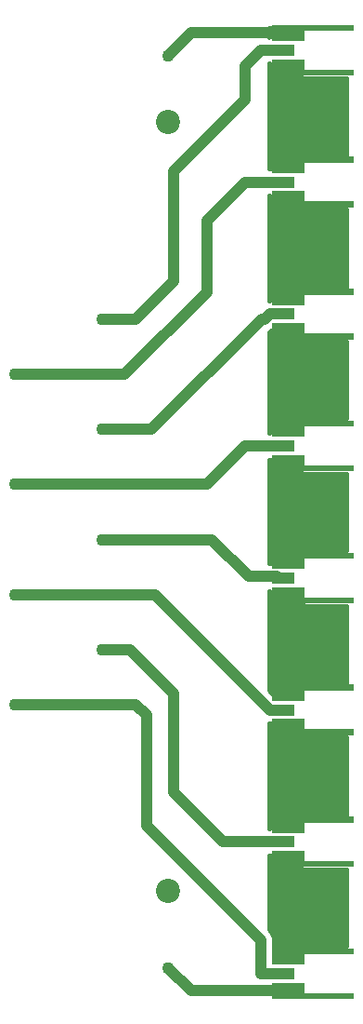
<source format=gtl>
G04 #@! TF.GenerationSoftware,KiCad,Pcbnew,5.1.5*
G04 #@! TF.CreationDate,2020-07-08T23:46:48+09:00*
G04 #@! TF.ProjectId,teabiscuits_electrode_interface,74656162-6973-4637-9569-74735f656c65,rev?*
G04 #@! TF.SameCoordinates,Original*
G04 #@! TF.FileFunction,Copper,L1,Top*
G04 #@! TF.FilePolarity,Positive*
%FSLAX46Y46*%
G04 Gerber Fmt 4.6, Leading zero omitted, Abs format (unit mm)*
G04 Created by KiCad (PCBNEW 5.1.5) date 2020-07-08 23:46:48*
%MOMM*%
%LPD*%
G04 APERTURE LIST*
%ADD10C,0.100000*%
%ADD11R,2.100000X1.100000*%
%ADD12C,1.100000*%
%ADD13C,2.200000*%
%ADD14C,1.000000*%
%ADD15C,0.254000*%
G04 APERTURE END LIST*
G04 #@! TA.AperFunction,SMDPad,CuDef*
D10*
G36*
X137450000Y-42200000D02*
G01*
X144950000Y-42200000D01*
X144950000Y-42750000D01*
X140450000Y-42750000D01*
X140450000Y-43680000D01*
X137450000Y-43680000D01*
X137450000Y-42200000D01*
G37*
G04 #@! TD.AperFunction*
G04 #@! TA.AperFunction,SMDPad,CuDef*
G36*
X137450000Y-45320000D02*
G01*
X140450000Y-45320000D01*
X140450000Y-46250000D01*
X144950000Y-46250000D01*
X144950000Y-46800000D01*
X137450000Y-46800000D01*
X137450000Y-45320000D01*
G37*
G04 #@! TD.AperFunction*
D11*
X138500000Y-44500000D03*
D12*
X128000000Y-128000000D03*
X128000000Y-45000000D03*
G04 #@! TA.AperFunction,SMDPad,CuDef*
D10*
G36*
X137450000Y-126200000D02*
G01*
X144950000Y-126200000D01*
X144950000Y-126750000D01*
X140450000Y-126750000D01*
X140450000Y-127680000D01*
X137450000Y-127680000D01*
X137450000Y-126200000D01*
G37*
G04 #@! TD.AperFunction*
G04 #@! TA.AperFunction,SMDPad,CuDef*
G36*
X137450000Y-129320000D02*
G01*
X140450000Y-129320000D01*
X140450000Y-130250000D01*
X144950000Y-130250000D01*
X144950000Y-130800000D01*
X137450000Y-130800000D01*
X137450000Y-129320000D01*
G37*
G04 #@! TD.AperFunction*
D11*
X138500000Y-128500000D03*
G04 #@! TA.AperFunction,SMDPad,CuDef*
D10*
G36*
X137450000Y-114200000D02*
G01*
X144950000Y-114200000D01*
X144950000Y-114750000D01*
X140450000Y-114750000D01*
X140450000Y-115680000D01*
X137450000Y-115680000D01*
X137450000Y-114200000D01*
G37*
G04 #@! TD.AperFunction*
G04 #@! TA.AperFunction,SMDPad,CuDef*
G36*
X137450000Y-117320000D02*
G01*
X140450000Y-117320000D01*
X140450000Y-118250000D01*
X144950000Y-118250000D01*
X144950000Y-118800000D01*
X137450000Y-118800000D01*
X137450000Y-117320000D01*
G37*
G04 #@! TD.AperFunction*
D11*
X138500000Y-116500000D03*
G04 #@! TA.AperFunction,SMDPad,CuDef*
D10*
G36*
X137450000Y-102200000D02*
G01*
X144950000Y-102200000D01*
X144950000Y-102750000D01*
X140450000Y-102750000D01*
X140450000Y-103680000D01*
X137450000Y-103680000D01*
X137450000Y-102200000D01*
G37*
G04 #@! TD.AperFunction*
G04 #@! TA.AperFunction,SMDPad,CuDef*
G36*
X137450000Y-105320000D02*
G01*
X140450000Y-105320000D01*
X140450000Y-106250000D01*
X144950000Y-106250000D01*
X144950000Y-106800000D01*
X137450000Y-106800000D01*
X137450000Y-105320000D01*
G37*
G04 #@! TD.AperFunction*
D11*
X138500000Y-104500000D03*
G04 #@! TA.AperFunction,SMDPad,CuDef*
D10*
G36*
X137450000Y-90200000D02*
G01*
X144950000Y-90200000D01*
X144950000Y-90750000D01*
X140450000Y-90750000D01*
X140450000Y-91680000D01*
X137450000Y-91680000D01*
X137450000Y-90200000D01*
G37*
G04 #@! TD.AperFunction*
G04 #@! TA.AperFunction,SMDPad,CuDef*
G36*
X137450000Y-93320000D02*
G01*
X140450000Y-93320000D01*
X140450000Y-94250000D01*
X144950000Y-94250000D01*
X144950000Y-94800000D01*
X137450000Y-94800000D01*
X137450000Y-93320000D01*
G37*
G04 #@! TD.AperFunction*
D11*
X138500000Y-92500000D03*
G04 #@! TA.AperFunction,SMDPad,CuDef*
D10*
G36*
X137450000Y-78200000D02*
G01*
X144950000Y-78200000D01*
X144950000Y-78750000D01*
X140450000Y-78750000D01*
X140450000Y-79680000D01*
X137450000Y-79680000D01*
X137450000Y-78200000D01*
G37*
G04 #@! TD.AperFunction*
G04 #@! TA.AperFunction,SMDPad,CuDef*
G36*
X137450000Y-81320000D02*
G01*
X140450000Y-81320000D01*
X140450000Y-82250000D01*
X144950000Y-82250000D01*
X144950000Y-82800000D01*
X137450000Y-82800000D01*
X137450000Y-81320000D01*
G37*
G04 #@! TD.AperFunction*
D11*
X138500000Y-80500000D03*
G04 #@! TA.AperFunction,SMDPad,CuDef*
D10*
G36*
X137450000Y-66200000D02*
G01*
X144950000Y-66200000D01*
X144950000Y-66750000D01*
X140450000Y-66750000D01*
X140450000Y-67680000D01*
X137450000Y-67680000D01*
X137450000Y-66200000D01*
G37*
G04 #@! TD.AperFunction*
G04 #@! TA.AperFunction,SMDPad,CuDef*
G36*
X137450000Y-69320000D02*
G01*
X140450000Y-69320000D01*
X140450000Y-70250000D01*
X144950000Y-70250000D01*
X144950000Y-70800000D01*
X137450000Y-70800000D01*
X137450000Y-69320000D01*
G37*
G04 #@! TD.AperFunction*
D11*
X138500000Y-68500000D03*
G04 #@! TA.AperFunction,SMDPad,CuDef*
D10*
G36*
X137450000Y-54200000D02*
G01*
X144950000Y-54200000D01*
X144950000Y-54750000D01*
X140450000Y-54750000D01*
X140450000Y-55680000D01*
X137450000Y-55680000D01*
X137450000Y-54200000D01*
G37*
G04 #@! TD.AperFunction*
G04 #@! TA.AperFunction,SMDPad,CuDef*
G36*
X137450000Y-57320000D02*
G01*
X140450000Y-57320000D01*
X140450000Y-58250000D01*
X144950000Y-58250000D01*
X144950000Y-58800000D01*
X137450000Y-58800000D01*
X137450000Y-57320000D01*
G37*
G04 #@! TD.AperFunction*
D11*
X138500000Y-56500000D03*
D12*
X114000000Y-104000000D03*
X122000000Y-99000000D03*
X114000000Y-94000000D03*
X122000000Y-89000000D03*
X114000000Y-84000000D03*
X122000000Y-79000000D03*
X114000000Y-74000000D03*
X122000000Y-69000000D03*
D13*
X128000000Y-121000000D03*
X128000000Y-51000000D03*
D14*
X125000000Y-69000000D02*
X122000000Y-69000000D01*
X128500000Y-65500000D02*
X125000000Y-69000000D01*
X128500000Y-65500000D02*
X128500000Y-55500000D01*
X128500000Y-55500000D02*
X135000000Y-49000000D01*
X135000000Y-45950000D02*
X135000000Y-49000000D01*
X136450000Y-44500000D02*
X135000000Y-45950000D01*
X138500000Y-44500000D02*
X136450000Y-44500000D01*
X131500000Y-60000000D02*
X135000000Y-56500000D01*
X135000000Y-56500000D02*
X138500000Y-56500000D01*
X131500000Y-66500000D02*
X131500000Y-60000000D01*
X114000000Y-74000000D02*
X124000000Y-74000000D01*
X124000000Y-74000000D02*
X131500000Y-66500000D01*
X136780034Y-69000000D02*
X137280034Y-68500000D01*
X137280034Y-68500000D02*
X138500000Y-68500000D01*
X136500000Y-69000000D02*
X136780034Y-69000000D01*
X126500000Y-79000000D02*
X136500000Y-69000000D01*
X122000000Y-79000000D02*
X126500000Y-79000000D01*
X138500000Y-80500000D02*
X135000000Y-80500000D01*
X135000000Y-80500000D02*
X131500000Y-84000000D01*
X131500000Y-84000000D02*
X114000000Y-84000000D01*
X137880010Y-92380010D02*
X135380010Y-92380010D01*
X138500000Y-92500000D02*
X138000000Y-92500000D01*
X138000000Y-92500000D02*
X137880010Y-92380010D01*
X132000000Y-89000000D02*
X122000000Y-89000000D01*
X135380010Y-92380010D02*
X132000000Y-89000000D01*
X114777817Y-94000000D02*
X114000000Y-94000000D01*
X126780034Y-94000000D02*
X114777817Y-94000000D01*
X137280034Y-104500000D02*
X126780034Y-94000000D01*
X138500000Y-104500000D02*
X137280034Y-104500000D01*
X133000000Y-116500000D02*
X138500000Y-116500000D01*
X128500000Y-103000000D02*
X128500000Y-112000000D01*
X122000000Y-99000000D02*
X124500000Y-99000000D01*
X128500000Y-112000000D02*
X133000000Y-116500000D01*
X124500000Y-99000000D02*
X128500000Y-103000000D01*
X114000000Y-104000000D02*
X125000000Y-104000000D01*
X125000000Y-104000000D02*
X126000000Y-105000000D01*
X136450000Y-125450000D02*
X136450000Y-128500000D01*
X126000000Y-105000000D02*
X126000000Y-115000000D01*
X136450000Y-128500000D02*
X138500000Y-128500000D01*
X126000000Y-115000000D02*
X136450000Y-125450000D01*
X130060000Y-130060000D02*
X128000000Y-128000000D01*
X138950000Y-130060000D02*
X130060000Y-130060000D01*
X130060000Y-42940000D02*
X128000000Y-45000000D01*
X138950000Y-42940000D02*
X130060000Y-42940000D01*
D15*
G36*
X137205820Y-117639502D02*
G01*
X137325518Y-117675812D01*
X137450000Y-117688072D01*
X139550000Y-117688072D01*
X139674482Y-117675812D01*
X139765001Y-117648353D01*
X139765001Y-118216343D01*
X139761686Y-118250000D01*
X139774912Y-118384283D01*
X139814081Y-118513406D01*
X139877688Y-118632407D01*
X139963289Y-118736711D01*
X140067593Y-118822312D01*
X140186594Y-118885919D01*
X140315717Y-118925088D01*
X140416353Y-118935000D01*
X140450000Y-118938314D01*
X140483647Y-118935000D01*
X144290001Y-118935000D01*
X144290000Y-126065000D01*
X140483647Y-126065000D01*
X140450000Y-126061686D01*
X140416353Y-126065000D01*
X140315717Y-126074912D01*
X140186594Y-126114081D01*
X140067593Y-126177688D01*
X139963289Y-126263289D01*
X139877688Y-126367593D01*
X139814081Y-126486594D01*
X139774912Y-126615717D01*
X139761686Y-126750000D01*
X139765000Y-126783647D01*
X139765000Y-127351646D01*
X139674482Y-127324188D01*
X139550000Y-127311928D01*
X137585000Y-127311928D01*
X137585000Y-125505752D01*
X137590491Y-125450000D01*
X137568577Y-125227501D01*
X137503676Y-125013553D01*
X137398284Y-124816377D01*
X137291989Y-124686856D01*
X137291987Y-124686854D01*
X137256449Y-124643551D01*
X137213146Y-124608013D01*
X137127000Y-124521867D01*
X137127000Y-117635000D01*
X137197397Y-117635000D01*
X137205820Y-117639502D01*
G37*
X137205820Y-117639502D02*
X137325518Y-117675812D01*
X137450000Y-117688072D01*
X139550000Y-117688072D01*
X139674482Y-117675812D01*
X139765001Y-117648353D01*
X139765001Y-118216343D01*
X139761686Y-118250000D01*
X139774912Y-118384283D01*
X139814081Y-118513406D01*
X139877688Y-118632407D01*
X139963289Y-118736711D01*
X140067593Y-118822312D01*
X140186594Y-118885919D01*
X140315717Y-118925088D01*
X140416353Y-118935000D01*
X140450000Y-118938314D01*
X140483647Y-118935000D01*
X144290001Y-118935000D01*
X144290000Y-126065000D01*
X140483647Y-126065000D01*
X140450000Y-126061686D01*
X140416353Y-126065000D01*
X140315717Y-126074912D01*
X140186594Y-126114081D01*
X140067593Y-126177688D01*
X139963289Y-126263289D01*
X139877688Y-126367593D01*
X139814081Y-126486594D01*
X139774912Y-126615717D01*
X139761686Y-126750000D01*
X139765000Y-126783647D01*
X139765000Y-127351646D01*
X139674482Y-127324188D01*
X139550000Y-127311928D01*
X137585000Y-127311928D01*
X137585000Y-125505752D01*
X137590491Y-125450000D01*
X137568577Y-125227501D01*
X137503676Y-125013553D01*
X137398284Y-124816377D01*
X137291989Y-124686856D01*
X137291987Y-124686854D01*
X137256449Y-124643551D01*
X137213146Y-124608013D01*
X137127000Y-124521867D01*
X137127000Y-117635000D01*
X137197397Y-117635000D01*
X137205820Y-117639502D01*
G36*
X137191325Y-105631754D02*
G01*
X137205820Y-105639502D01*
X137325518Y-105675812D01*
X137450000Y-105688072D01*
X139550000Y-105688072D01*
X139674482Y-105675812D01*
X139765001Y-105648353D01*
X139765001Y-106216343D01*
X139761686Y-106250000D01*
X139774912Y-106384283D01*
X139814081Y-106513406D01*
X139877688Y-106632407D01*
X139963289Y-106736711D01*
X140067593Y-106822312D01*
X140186594Y-106885919D01*
X140315717Y-106925088D01*
X140416353Y-106935000D01*
X140450000Y-106938314D01*
X140483647Y-106935000D01*
X144290001Y-106935000D01*
X144290000Y-114065000D01*
X140483647Y-114065000D01*
X140450000Y-114061686D01*
X140416353Y-114065000D01*
X140315717Y-114074912D01*
X140186594Y-114114081D01*
X140067593Y-114177688D01*
X139963289Y-114263289D01*
X139877688Y-114367593D01*
X139814081Y-114486594D01*
X139774912Y-114615717D01*
X139761686Y-114750000D01*
X139765000Y-114783647D01*
X139765000Y-115351646D01*
X139674482Y-115324188D01*
X139550000Y-115311928D01*
X137450000Y-115311928D01*
X137325518Y-115324188D01*
X137205820Y-115360498D01*
X137197397Y-115365000D01*
X137127000Y-115365000D01*
X137127000Y-105625419D01*
X137191325Y-105631754D01*
G37*
X137191325Y-105631754D02*
X137205820Y-105639502D01*
X137325518Y-105675812D01*
X137450000Y-105688072D01*
X139550000Y-105688072D01*
X139674482Y-105675812D01*
X139765001Y-105648353D01*
X139765001Y-106216343D01*
X139761686Y-106250000D01*
X139774912Y-106384283D01*
X139814081Y-106513406D01*
X139877688Y-106632407D01*
X139963289Y-106736711D01*
X140067593Y-106822312D01*
X140186594Y-106885919D01*
X140315717Y-106925088D01*
X140416353Y-106935000D01*
X140450000Y-106938314D01*
X140483647Y-106935000D01*
X144290001Y-106935000D01*
X144290000Y-114065000D01*
X140483647Y-114065000D01*
X140450000Y-114061686D01*
X140416353Y-114065000D01*
X140315717Y-114074912D01*
X140186594Y-114114081D01*
X140067593Y-114177688D01*
X139963289Y-114263289D01*
X139877688Y-114367593D01*
X139814081Y-114486594D01*
X139774912Y-114615717D01*
X139761686Y-114750000D01*
X139765000Y-114783647D01*
X139765000Y-115351646D01*
X139674482Y-115324188D01*
X139550000Y-115311928D01*
X137450000Y-115311928D01*
X137325518Y-115324188D01*
X137205820Y-115360498D01*
X137197397Y-115365000D01*
X137127000Y-115365000D01*
X137127000Y-105625419D01*
X137191325Y-105631754D01*
G36*
X137205820Y-93639502D02*
G01*
X137325518Y-93675812D01*
X137450000Y-93688072D01*
X139550000Y-93688072D01*
X139674482Y-93675812D01*
X139765001Y-93648353D01*
X139765001Y-94216343D01*
X139761686Y-94250000D01*
X139774912Y-94384283D01*
X139814081Y-94513406D01*
X139877688Y-94632407D01*
X139963289Y-94736711D01*
X140067593Y-94822312D01*
X140186594Y-94885919D01*
X140315717Y-94925088D01*
X140416353Y-94935000D01*
X140450000Y-94938314D01*
X140483647Y-94935000D01*
X144290001Y-94935000D01*
X144290000Y-102065000D01*
X140483647Y-102065000D01*
X140450000Y-102061686D01*
X140416353Y-102065000D01*
X140315717Y-102074912D01*
X140186594Y-102114081D01*
X140067593Y-102177688D01*
X139963289Y-102263289D01*
X139877688Y-102367593D01*
X139814081Y-102486594D01*
X139774912Y-102615717D01*
X139761686Y-102750000D01*
X139765000Y-102783647D01*
X139765000Y-103351646D01*
X139674482Y-103324188D01*
X139550000Y-103311928D01*
X137697094Y-103311928D01*
X137127000Y-102741834D01*
X137127000Y-93597371D01*
X137205820Y-93639502D01*
G37*
X137205820Y-93639502D02*
X137325518Y-93675812D01*
X137450000Y-93688072D01*
X139550000Y-93688072D01*
X139674482Y-93675812D01*
X139765001Y-93648353D01*
X139765001Y-94216343D01*
X139761686Y-94250000D01*
X139774912Y-94384283D01*
X139814081Y-94513406D01*
X139877688Y-94632407D01*
X139963289Y-94736711D01*
X140067593Y-94822312D01*
X140186594Y-94885919D01*
X140315717Y-94925088D01*
X140416353Y-94935000D01*
X140450000Y-94938314D01*
X140483647Y-94935000D01*
X144290001Y-94935000D01*
X144290000Y-102065000D01*
X140483647Y-102065000D01*
X140450000Y-102061686D01*
X140416353Y-102065000D01*
X140315717Y-102074912D01*
X140186594Y-102114081D01*
X140067593Y-102177688D01*
X139963289Y-102263289D01*
X139877688Y-102367593D01*
X139814081Y-102486594D01*
X139774912Y-102615717D01*
X139761686Y-102750000D01*
X139765000Y-102783647D01*
X139765000Y-103351646D01*
X139674482Y-103324188D01*
X139550000Y-103311928D01*
X137697094Y-103311928D01*
X137127000Y-102741834D01*
X137127000Y-93597371D01*
X137205820Y-93639502D01*
G36*
X137205820Y-81639502D02*
G01*
X137325518Y-81675812D01*
X137450000Y-81688072D01*
X139550000Y-81688072D01*
X139674482Y-81675812D01*
X139765001Y-81648353D01*
X139765001Y-82216343D01*
X139761686Y-82250000D01*
X139774912Y-82384283D01*
X139814081Y-82513406D01*
X139877688Y-82632407D01*
X139963289Y-82736711D01*
X140067593Y-82822312D01*
X140186594Y-82885919D01*
X140315717Y-82925088D01*
X140416353Y-82935000D01*
X140450000Y-82938314D01*
X140483647Y-82935000D01*
X144290001Y-82935000D01*
X144290000Y-90065000D01*
X140483647Y-90065000D01*
X140450000Y-90061686D01*
X140416353Y-90065000D01*
X140315717Y-90074912D01*
X140186594Y-90114081D01*
X140067593Y-90177688D01*
X139963289Y-90263289D01*
X139877688Y-90367593D01*
X139814081Y-90486594D01*
X139774912Y-90615717D01*
X139761686Y-90750000D01*
X139765000Y-90783647D01*
X139765000Y-91351646D01*
X139674482Y-91324188D01*
X139550000Y-91311928D01*
X138268967Y-91311928D01*
X138102509Y-91261433D01*
X137935762Y-91245010D01*
X137935761Y-91245010D01*
X137880010Y-91239519D01*
X137824259Y-91245010D01*
X137127000Y-91245010D01*
X137127000Y-81635000D01*
X137197397Y-81635000D01*
X137205820Y-81639502D01*
G37*
X137205820Y-81639502D02*
X137325518Y-81675812D01*
X137450000Y-81688072D01*
X139550000Y-81688072D01*
X139674482Y-81675812D01*
X139765001Y-81648353D01*
X139765001Y-82216343D01*
X139761686Y-82250000D01*
X139774912Y-82384283D01*
X139814081Y-82513406D01*
X139877688Y-82632407D01*
X139963289Y-82736711D01*
X140067593Y-82822312D01*
X140186594Y-82885919D01*
X140315717Y-82925088D01*
X140416353Y-82935000D01*
X140450000Y-82938314D01*
X140483647Y-82935000D01*
X144290001Y-82935000D01*
X144290000Y-90065000D01*
X140483647Y-90065000D01*
X140450000Y-90061686D01*
X140416353Y-90065000D01*
X140315717Y-90074912D01*
X140186594Y-90114081D01*
X140067593Y-90177688D01*
X139963289Y-90263289D01*
X139877688Y-90367593D01*
X139814081Y-90486594D01*
X139774912Y-90615717D01*
X139761686Y-90750000D01*
X139765000Y-90783647D01*
X139765000Y-91351646D01*
X139674482Y-91324188D01*
X139550000Y-91311928D01*
X138268967Y-91311928D01*
X138102509Y-91261433D01*
X137935762Y-91245010D01*
X137935761Y-91245010D01*
X137880010Y-91239519D01*
X137824259Y-91245010D01*
X137127000Y-91245010D01*
X137127000Y-81635000D01*
X137197397Y-81635000D01*
X137205820Y-81639502D01*
G36*
X139765001Y-70216343D02*
G01*
X139761686Y-70250000D01*
X139774912Y-70384283D01*
X139814081Y-70513406D01*
X139877688Y-70632407D01*
X139963289Y-70736711D01*
X140067593Y-70822312D01*
X140186594Y-70885919D01*
X140315717Y-70925088D01*
X140416353Y-70935000D01*
X140450000Y-70938314D01*
X140483647Y-70935000D01*
X144290001Y-70935000D01*
X144290000Y-78065000D01*
X140483647Y-78065000D01*
X140450000Y-78061686D01*
X140416353Y-78065000D01*
X140315717Y-78074912D01*
X140186594Y-78114081D01*
X140067593Y-78177688D01*
X139963289Y-78263289D01*
X139877688Y-78367593D01*
X139814081Y-78486594D01*
X139774912Y-78615717D01*
X139761686Y-78750000D01*
X139765000Y-78783647D01*
X139765000Y-79351646D01*
X139674482Y-79324188D01*
X139550000Y-79311928D01*
X137450000Y-79311928D01*
X137325518Y-79324188D01*
X137205820Y-79360498D01*
X137197397Y-79365000D01*
X137127000Y-79365000D01*
X137127000Y-70080820D01*
X137216481Y-70053676D01*
X137413657Y-69948284D01*
X137586483Y-69806449D01*
X137622030Y-69763135D01*
X137697093Y-69688072D01*
X139550000Y-69688072D01*
X139674482Y-69675812D01*
X139765001Y-69648353D01*
X139765001Y-70216343D01*
G37*
X139765001Y-70216343D02*
X139761686Y-70250000D01*
X139774912Y-70384283D01*
X139814081Y-70513406D01*
X139877688Y-70632407D01*
X139963289Y-70736711D01*
X140067593Y-70822312D01*
X140186594Y-70885919D01*
X140315717Y-70925088D01*
X140416353Y-70935000D01*
X140450000Y-70938314D01*
X140483647Y-70935000D01*
X144290001Y-70935000D01*
X144290000Y-78065000D01*
X140483647Y-78065000D01*
X140450000Y-78061686D01*
X140416353Y-78065000D01*
X140315717Y-78074912D01*
X140186594Y-78114081D01*
X140067593Y-78177688D01*
X139963289Y-78263289D01*
X139877688Y-78367593D01*
X139814081Y-78486594D01*
X139774912Y-78615717D01*
X139761686Y-78750000D01*
X139765000Y-78783647D01*
X139765000Y-79351646D01*
X139674482Y-79324188D01*
X139550000Y-79311928D01*
X137450000Y-79311928D01*
X137325518Y-79324188D01*
X137205820Y-79360498D01*
X137197397Y-79365000D01*
X137127000Y-79365000D01*
X137127000Y-70080820D01*
X137216481Y-70053676D01*
X137413657Y-69948284D01*
X137586483Y-69806449D01*
X137622030Y-69763135D01*
X137697093Y-69688072D01*
X139550000Y-69688072D01*
X139674482Y-69675812D01*
X139765001Y-69648353D01*
X139765001Y-70216343D01*
G36*
X137205820Y-57639502D02*
G01*
X137325518Y-57675812D01*
X137450000Y-57688072D01*
X139550000Y-57688072D01*
X139674482Y-57675812D01*
X139765001Y-57648353D01*
X139765001Y-58216343D01*
X139761686Y-58250000D01*
X139774912Y-58384283D01*
X139814081Y-58513406D01*
X139877688Y-58632407D01*
X139963289Y-58736711D01*
X140067593Y-58822312D01*
X140186594Y-58885919D01*
X140315717Y-58925088D01*
X140416353Y-58935000D01*
X140450000Y-58938314D01*
X140483647Y-58935000D01*
X144290001Y-58935000D01*
X144290000Y-66065000D01*
X140483647Y-66065000D01*
X140450000Y-66061686D01*
X140416353Y-66065000D01*
X140315717Y-66074912D01*
X140186594Y-66114081D01*
X140067593Y-66177688D01*
X139963289Y-66263289D01*
X139877688Y-66367593D01*
X139814081Y-66486594D01*
X139774912Y-66615717D01*
X139761686Y-66750000D01*
X139765000Y-66783647D01*
X139765000Y-67351646D01*
X139674482Y-67324188D01*
X139550000Y-67311928D01*
X137450000Y-67311928D01*
X137325518Y-67324188D01*
X137205820Y-67360498D01*
X137191325Y-67368246D01*
X137127000Y-67374581D01*
X137127000Y-57635000D01*
X137197397Y-57635000D01*
X137205820Y-57639502D01*
G37*
X137205820Y-57639502D02*
X137325518Y-57675812D01*
X137450000Y-57688072D01*
X139550000Y-57688072D01*
X139674482Y-57675812D01*
X139765001Y-57648353D01*
X139765001Y-58216343D01*
X139761686Y-58250000D01*
X139774912Y-58384283D01*
X139814081Y-58513406D01*
X139877688Y-58632407D01*
X139963289Y-58736711D01*
X140067593Y-58822312D01*
X140186594Y-58885919D01*
X140315717Y-58925088D01*
X140416353Y-58935000D01*
X140450000Y-58938314D01*
X140483647Y-58935000D01*
X144290001Y-58935000D01*
X144290000Y-66065000D01*
X140483647Y-66065000D01*
X140450000Y-66061686D01*
X140416353Y-66065000D01*
X140315717Y-66074912D01*
X140186594Y-66114081D01*
X140067593Y-66177688D01*
X139963289Y-66263289D01*
X139877688Y-66367593D01*
X139814081Y-66486594D01*
X139774912Y-66615717D01*
X139761686Y-66750000D01*
X139765000Y-66783647D01*
X139765000Y-67351646D01*
X139674482Y-67324188D01*
X139550000Y-67311928D01*
X137450000Y-67311928D01*
X137325518Y-67324188D01*
X137205820Y-67360498D01*
X137191325Y-67368246D01*
X137127000Y-67374581D01*
X137127000Y-57635000D01*
X137197397Y-57635000D01*
X137205820Y-57639502D01*
G36*
X137205820Y-45639502D02*
G01*
X137325518Y-45675812D01*
X137450000Y-45688072D01*
X139550000Y-45688072D01*
X139674482Y-45675812D01*
X139765001Y-45648353D01*
X139765001Y-46216343D01*
X139761686Y-46250000D01*
X139774912Y-46384283D01*
X139814081Y-46513406D01*
X139877688Y-46632407D01*
X139963289Y-46736711D01*
X140067593Y-46822312D01*
X140186594Y-46885919D01*
X140315717Y-46925088D01*
X140416353Y-46935000D01*
X140450000Y-46938314D01*
X140483647Y-46935000D01*
X144290001Y-46935000D01*
X144290000Y-54065000D01*
X140483647Y-54065000D01*
X140450000Y-54061686D01*
X140416353Y-54065000D01*
X140315717Y-54074912D01*
X140186594Y-54114081D01*
X140067593Y-54177688D01*
X139963289Y-54263289D01*
X139877688Y-54367593D01*
X139814081Y-54486594D01*
X139774912Y-54615717D01*
X139761686Y-54750000D01*
X139765000Y-54783647D01*
X139765000Y-55351646D01*
X139674482Y-55324188D01*
X139550000Y-55311928D01*
X137450000Y-55311928D01*
X137325518Y-55324188D01*
X137205820Y-55360498D01*
X137197397Y-55365000D01*
X137127000Y-55365000D01*
X137127000Y-45635000D01*
X137197397Y-45635000D01*
X137205820Y-45639502D01*
G37*
X137205820Y-45639502D02*
X137325518Y-45675812D01*
X137450000Y-45688072D01*
X139550000Y-45688072D01*
X139674482Y-45675812D01*
X139765001Y-45648353D01*
X139765001Y-46216343D01*
X139761686Y-46250000D01*
X139774912Y-46384283D01*
X139814081Y-46513406D01*
X139877688Y-46632407D01*
X139963289Y-46736711D01*
X140067593Y-46822312D01*
X140186594Y-46885919D01*
X140315717Y-46925088D01*
X140416353Y-46935000D01*
X140450000Y-46938314D01*
X140483647Y-46935000D01*
X144290001Y-46935000D01*
X144290000Y-54065000D01*
X140483647Y-54065000D01*
X140450000Y-54061686D01*
X140416353Y-54065000D01*
X140315717Y-54074912D01*
X140186594Y-54114081D01*
X140067593Y-54177688D01*
X139963289Y-54263289D01*
X139877688Y-54367593D01*
X139814081Y-54486594D01*
X139774912Y-54615717D01*
X139761686Y-54750000D01*
X139765000Y-54783647D01*
X139765000Y-55351646D01*
X139674482Y-55324188D01*
X139550000Y-55311928D01*
X137450000Y-55311928D01*
X137325518Y-55324188D01*
X137205820Y-55360498D01*
X137197397Y-55365000D01*
X137127000Y-55365000D01*
X137127000Y-45635000D01*
X137197397Y-45635000D01*
X137205820Y-45639502D01*
G36*
X139877688Y-42367593D02*
G01*
X139814081Y-42486594D01*
X139774912Y-42615717D01*
X139761686Y-42750000D01*
X139765000Y-42783647D01*
X139765000Y-43351646D01*
X139674482Y-43324188D01*
X139550000Y-43311928D01*
X137450000Y-43311928D01*
X137325518Y-43324188D01*
X137205820Y-43360498D01*
X137197397Y-43365000D01*
X137127000Y-43365000D01*
X137127000Y-42360000D01*
X139883919Y-42360000D01*
X139877688Y-42367593D01*
G37*
X139877688Y-42367593D02*
X139814081Y-42486594D01*
X139774912Y-42615717D01*
X139761686Y-42750000D01*
X139765000Y-42783647D01*
X139765000Y-43351646D01*
X139674482Y-43324188D01*
X139550000Y-43311928D01*
X137450000Y-43311928D01*
X137325518Y-43324188D01*
X137205820Y-43360498D01*
X137197397Y-43365000D01*
X137127000Y-43365000D01*
X137127000Y-42360000D01*
X139883919Y-42360000D01*
X139877688Y-42367593D01*
M02*

</source>
